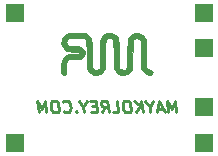
<source format=gbr>
%TF.GenerationSoftware,KiCad,Pcbnew,(5.1.6)-1*%
%TF.CreationDate,2020-09-04T02:35:42-05:00*%
%TF.ProjectId,cargadorDeBateriasLitIon,63617267-6164-46f7-9244-654261746572,rev?*%
%TF.SameCoordinates,Original*%
%TF.FileFunction,Soldermask,Bot*%
%TF.FilePolarity,Negative*%
%FSLAX46Y46*%
G04 Gerber Fmt 4.6, Leading zero omitted, Abs format (unit mm)*
G04 Created by KiCad (PCBNEW (5.1.6)-1) date 2020-09-04 02:35:42*
%MOMM*%
%LPD*%
G01*
G04 APERTURE LIST*
%ADD10C,0.250000*%
%ADD11C,0.010000*%
%ADD12R,1.600000X1.600000*%
G04 APERTURE END LIST*
D10*
X154191443Y-111432380D02*
X154066443Y-110432380D01*
X153822395Y-111146666D01*
X153399776Y-110432380D01*
X153524776Y-111432380D01*
X153060491Y-111146666D02*
X152584300Y-111146666D01*
X153191443Y-111432380D02*
X152733110Y-110432380D01*
X152524776Y-111432380D01*
X151941443Y-110956190D02*
X152000967Y-111432380D01*
X152209300Y-110432380D02*
X151941443Y-110956190D01*
X151542633Y-110432380D01*
X151334300Y-111432380D02*
X151209300Y-110432380D01*
X150762872Y-111432380D02*
X151120014Y-110860952D01*
X150637872Y-110432380D02*
X151280729Y-111003809D01*
X150018824Y-110432380D02*
X149828348Y-110432380D01*
X149739062Y-110480000D01*
X149655729Y-110575238D01*
X149631919Y-110765714D01*
X149673586Y-111099047D01*
X149745014Y-111289523D01*
X149852157Y-111384761D01*
X149953348Y-111432380D01*
X150143824Y-111432380D01*
X150233110Y-111384761D01*
X150316443Y-111289523D01*
X150340252Y-111099047D01*
X150298586Y-110765714D01*
X150227157Y-110575238D01*
X150120014Y-110480000D01*
X150018824Y-110432380D01*
X148810491Y-111432380D02*
X149286681Y-111432380D01*
X149161681Y-110432380D01*
X147905729Y-111432380D02*
X148179538Y-110956190D01*
X148477157Y-111432380D02*
X148352157Y-110432380D01*
X147971205Y-110432380D01*
X147881919Y-110480000D01*
X147840252Y-110527619D01*
X147804538Y-110622857D01*
X147822395Y-110765714D01*
X147881919Y-110860952D01*
X147935491Y-110908571D01*
X148036681Y-110956190D01*
X148417633Y-110956190D01*
X147411681Y-110908571D02*
X147078348Y-110908571D01*
X147000967Y-111432380D02*
X147477157Y-111432380D01*
X147352157Y-110432380D01*
X146875967Y-110432380D01*
X146322395Y-110956190D02*
X146381919Y-111432380D01*
X146590252Y-110432380D02*
X146322395Y-110956190D01*
X145923586Y-110432380D01*
X145703348Y-111337142D02*
X145661681Y-111384761D01*
X145715252Y-111432380D01*
X145756919Y-111384761D01*
X145703348Y-111337142D01*
X145715252Y-111432380D01*
X144655729Y-111337142D02*
X144709300Y-111384761D01*
X144858110Y-111432380D01*
X144953348Y-111432380D01*
X145090252Y-111384761D01*
X145173586Y-111289523D01*
X145209300Y-111194285D01*
X145233110Y-111003809D01*
X145215252Y-110860952D01*
X145143824Y-110670476D01*
X145084300Y-110575238D01*
X144977157Y-110480000D01*
X144828348Y-110432380D01*
X144733110Y-110432380D01*
X144596205Y-110480000D01*
X144554538Y-110527619D01*
X143923586Y-110432380D02*
X143733110Y-110432380D01*
X143643824Y-110480000D01*
X143560491Y-110575238D01*
X143536681Y-110765714D01*
X143578348Y-111099047D01*
X143649776Y-111289523D01*
X143756919Y-111384761D01*
X143858110Y-111432380D01*
X144048586Y-111432380D01*
X144137872Y-111384761D01*
X144221205Y-111289523D01*
X144245014Y-111099047D01*
X144203348Y-110765714D01*
X144131919Y-110575238D01*
X144024776Y-110480000D01*
X143923586Y-110432380D01*
X143191443Y-111432380D02*
X143066443Y-110432380D01*
X142822395Y-111146666D01*
X142399776Y-110432380D01*
X142524776Y-111432380D01*
D11*
%TO.C,G\u002A\u002A\u002A*%
G36*
X145513994Y-104692764D02*
G01*
X145334086Y-104695933D01*
X145190882Y-104702821D01*
X145077340Y-104714742D01*
X144986417Y-104733011D01*
X144911072Y-104758941D01*
X144844262Y-104793847D01*
X144778944Y-104839044D01*
X144726409Y-104880724D01*
X144600025Y-105014443D01*
X144514266Y-105169527D01*
X144467997Y-105338413D01*
X144460083Y-105513540D01*
X144489387Y-105687347D01*
X144554776Y-105852273D01*
X144655112Y-106000756D01*
X144789261Y-106125235D01*
X144925242Y-106204800D01*
X144979500Y-106227586D01*
X145034681Y-106244659D01*
X145100177Y-106257281D01*
X145185383Y-106266717D01*
X145299693Y-106274227D01*
X145452500Y-106281075D01*
X145508899Y-106283252D01*
X145686545Y-106290935D01*
X145818771Y-106299726D01*
X145910954Y-106311111D01*
X145968475Y-106326580D01*
X145996711Y-106347620D01*
X146001040Y-106375720D01*
X145986840Y-106412368D01*
X145985394Y-106415101D01*
X145972369Y-106433123D01*
X145950498Y-106446508D01*
X145912435Y-106456171D01*
X145850835Y-106463031D01*
X145758354Y-106468003D01*
X145627644Y-106472004D01*
X145507381Y-106474763D01*
X145306630Y-106481192D01*
X145147954Y-106492621D01*
X145022680Y-106511776D01*
X144922135Y-106541383D01*
X144837645Y-106584166D01*
X144760537Y-106642852D01*
X144682137Y-106720165D01*
X144664028Y-106739754D01*
X144600785Y-106813228D01*
X144552078Y-106883354D01*
X144515950Y-106958280D01*
X144490447Y-107046157D01*
X144473610Y-107155132D01*
X144463484Y-107293356D01*
X144458112Y-107468977D01*
X144456261Y-107605187D01*
X144455101Y-107779164D01*
X144455875Y-107909823D01*
X144459089Y-108004630D01*
X144465252Y-108071046D01*
X144474869Y-108116536D01*
X144488447Y-108148562D01*
X144493742Y-108157234D01*
X144561765Y-108220311D01*
X144647874Y-108245328D01*
X144736549Y-108232317D01*
X144812268Y-108181315D01*
X144831547Y-108156488D01*
X144848054Y-108124191D01*
X144859440Y-108080524D01*
X144866374Y-108017008D01*
X144869520Y-107925164D01*
X144869545Y-107796516D01*
X144868215Y-107689869D01*
X144867645Y-107491508D01*
X144873363Y-107336937D01*
X144886326Y-107219427D01*
X144907490Y-107132247D01*
X144937812Y-107068668D01*
X144960753Y-107039101D01*
X145000569Y-106997266D01*
X145037803Y-106965892D01*
X145080417Y-106943244D01*
X145136376Y-106927588D01*
X145213644Y-106917190D01*
X145320187Y-106910315D01*
X145463967Y-106905230D01*
X145591264Y-106901800D01*
X146080601Y-106889100D01*
X146190651Y-106811772D01*
X146308870Y-106701628D01*
X146385945Y-106572319D01*
X146423005Y-106432166D01*
X146421182Y-106289487D01*
X146381606Y-106152603D01*
X146305407Y-106029832D01*
X146193715Y-105929496D01*
X146061960Y-105864622D01*
X146000644Y-105852924D01*
X145896843Y-105843768D01*
X145758833Y-105837646D01*
X145594888Y-105835054D01*
X145566264Y-105835000D01*
X145407032Y-105834241D01*
X145289604Y-105831397D01*
X145204997Y-105825614D01*
X145144229Y-105816038D01*
X145098318Y-105801815D01*
X145068404Y-105787677D01*
X144968082Y-105706842D01*
X144905257Y-105595631D01*
X144884740Y-105462909D01*
X144906654Y-105336334D01*
X144970510Y-105236480D01*
X145051131Y-105173482D01*
X145080346Y-105157821D01*
X145114597Y-105145840D01*
X145160697Y-105137051D01*
X145225462Y-105130966D01*
X145315707Y-105127097D01*
X145438245Y-105124954D01*
X145599892Y-105124051D01*
X145743316Y-105123894D01*
X146354331Y-105123800D01*
X146441091Y-105187809D01*
X146502426Y-105238757D01*
X146547217Y-105285964D01*
X146553976Y-105295759D01*
X146560776Y-105332393D01*
X146567276Y-105417355D01*
X146573396Y-105548173D01*
X146579057Y-105722376D01*
X146584181Y-105937493D01*
X146588687Y-106191052D01*
X146592497Y-106480582D01*
X146592800Y-106508100D01*
X146605500Y-107676500D01*
X146672820Y-107803500D01*
X146790735Y-107975097D01*
X146942035Y-108112109D01*
X147043113Y-108173379D01*
X147171386Y-108217445D01*
X147325209Y-108238092D01*
X147485262Y-108235160D01*
X147632219Y-108208489D01*
X147710400Y-108178923D01*
X147865396Y-108076795D01*
X148000497Y-107937577D01*
X148087099Y-107804963D01*
X148154900Y-107676500D01*
X148167600Y-106508100D01*
X148170621Y-106227378D01*
X148173427Y-105992896D01*
X148176594Y-105800099D01*
X148180696Y-105644434D01*
X148186309Y-105521345D01*
X148194007Y-105426280D01*
X148204365Y-105354682D01*
X148217958Y-105301999D01*
X148235362Y-105263676D01*
X148257150Y-105235159D01*
X148283898Y-105211894D01*
X148316181Y-105189326D01*
X148335745Y-105176081D01*
X148397689Y-105140975D01*
X148461387Y-105126553D01*
X148549405Y-105128159D01*
X148562879Y-105129225D01*
X148656690Y-105142474D01*
X148722472Y-105169354D01*
X148782816Y-105219262D01*
X148785297Y-105221731D01*
X148866100Y-105302493D01*
X148879834Y-106464096D01*
X148883196Y-106738941D01*
X148886364Y-106967791D01*
X148889578Y-107155450D01*
X148893080Y-107306721D01*
X148897109Y-107426408D01*
X148901907Y-107519313D01*
X148907715Y-107590241D01*
X148914774Y-107643995D01*
X148923324Y-107685379D01*
X148933606Y-107719195D01*
X148944117Y-107746125D01*
X149041462Y-107916754D01*
X149175928Y-108062793D01*
X149313079Y-108159306D01*
X149385526Y-108196607D01*
X149448872Y-108219278D01*
X149520254Y-108230876D01*
X149616807Y-108234961D01*
X149678900Y-108235300D01*
X149794276Y-108233593D01*
X149875993Y-108226120D01*
X149941145Y-108209347D01*
X150006824Y-108179744D01*
X150043528Y-108159956D01*
X150190786Y-108056100D01*
X150314955Y-107924994D01*
X150403717Y-107780276D01*
X150418417Y-107744941D01*
X150429192Y-107711768D01*
X150438288Y-107671260D01*
X150445923Y-107618672D01*
X150452317Y-107549258D01*
X150457689Y-107458273D01*
X150462258Y-107340970D01*
X150466243Y-107192605D01*
X150469864Y-107008432D01*
X150473340Y-106783706D01*
X150476889Y-106513680D01*
X150477475Y-106466271D01*
X150480906Y-106193107D01*
X150484053Y-105966188D01*
X150487160Y-105780961D01*
X150490470Y-105632876D01*
X150494226Y-105517379D01*
X150498672Y-105429918D01*
X150504051Y-105365942D01*
X150510605Y-105320897D01*
X150518580Y-105290233D01*
X150528217Y-105269396D01*
X150539760Y-105253834D01*
X150542441Y-105250821D01*
X150646090Y-105170129D01*
X150766139Y-105129875D01*
X150891062Y-105129362D01*
X151009336Y-105167890D01*
X151109434Y-105244762D01*
X151142538Y-105287190D01*
X151151184Y-105309342D01*
X151158629Y-105350516D01*
X151165030Y-105414679D01*
X151170540Y-105505797D01*
X151175316Y-105627838D01*
X151179511Y-105784767D01*
X151183280Y-105980550D01*
X151186779Y-106219156D01*
X151190162Y-106504549D01*
X151190200Y-106508100D01*
X151193237Y-106782194D01*
X151196026Y-107010249D01*
X151198825Y-107197023D01*
X151201894Y-107347275D01*
X151205490Y-107465761D01*
X151209873Y-107557241D01*
X151215301Y-107626473D01*
X151222033Y-107678214D01*
X151230327Y-107717224D01*
X151240443Y-107748259D01*
X151252638Y-107776079D01*
X151259925Y-107790931D01*
X151366709Y-107954161D01*
X151505395Y-108086771D01*
X151667398Y-108182747D01*
X151844135Y-108236072D01*
X151905613Y-108243386D01*
X151992350Y-108246794D01*
X152047656Y-108238006D01*
X152090374Y-108212103D01*
X152115530Y-108188579D01*
X152170837Y-108104411D01*
X152181161Y-108016638D01*
X152150560Y-107934903D01*
X152083095Y-107868849D01*
X151982825Y-107828118D01*
X151962193Y-107824310D01*
X151817527Y-107783697D01*
X151713305Y-107712932D01*
X151679390Y-107670800D01*
X151668739Y-107650948D01*
X151659785Y-107623638D01*
X151652315Y-107584306D01*
X151646115Y-107528392D01*
X151640970Y-107451331D01*
X151636668Y-107348562D01*
X151632994Y-107215523D01*
X151629735Y-107047651D01*
X151626677Y-106840384D01*
X151623606Y-106589160D01*
X151622000Y-106445778D01*
X151618927Y-106172744D01*
X151616071Y-105945699D01*
X151613179Y-105759832D01*
X151609994Y-105610336D01*
X151606263Y-105492401D01*
X151601730Y-105401218D01*
X151596142Y-105331977D01*
X151589242Y-105279869D01*
X151580776Y-105240086D01*
X151570490Y-105207817D01*
X151558128Y-105178253D01*
X151554414Y-105170137D01*
X151448246Y-104996228D01*
X151309544Y-104858418D01*
X151143585Y-104760431D01*
X150955647Y-104705991D01*
X150885037Y-104697869D01*
X150686661Y-104707853D01*
X150502113Y-104764418D01*
X150338206Y-104863907D01*
X150201757Y-105002664D01*
X150138610Y-105098400D01*
X150059900Y-105238100D01*
X150047200Y-106406500D01*
X150043538Y-106706308D01*
X150039541Y-106958268D01*
X150035101Y-107165332D01*
X150030114Y-107330451D01*
X150024474Y-107456577D01*
X150018074Y-107546661D01*
X150010809Y-107603655D01*
X150003323Y-107629310D01*
X149963615Y-107680940D01*
X149904660Y-107740093D01*
X149890238Y-107752641D01*
X149836671Y-107792247D01*
X149785370Y-107810981D01*
X149715811Y-107814074D01*
X149661413Y-107810935D01*
X149529456Y-107784830D01*
X149429500Y-107724329D01*
X149352718Y-107625700D01*
X149344701Y-107592248D01*
X149337514Y-107519839D01*
X149331091Y-107406594D01*
X149325367Y-107250637D01*
X149320279Y-107050091D01*
X149315761Y-106803080D01*
X149311747Y-106507727D01*
X149310600Y-106406500D01*
X149307559Y-106132341D01*
X149304759Y-105904259D01*
X149301947Y-105717534D01*
X149298869Y-105567444D01*
X149295272Y-105449270D01*
X149290902Y-105358291D01*
X149285504Y-105289785D01*
X149278825Y-105239032D01*
X149270610Y-105201313D01*
X149260607Y-105171906D01*
X149248562Y-105146090D01*
X149242167Y-105133938D01*
X149128343Y-104968568D01*
X148989314Y-104842243D01*
X148831863Y-104754786D01*
X148662772Y-104706021D01*
X148488823Y-104695770D01*
X148316796Y-104723856D01*
X148153475Y-104790103D01*
X148005642Y-104894333D01*
X147880077Y-105036370D01*
X147802789Y-105171490D01*
X147789955Y-105200956D01*
X147779241Y-105232094D01*
X147770395Y-105269714D01*
X147763164Y-105318621D01*
X147757294Y-105383625D01*
X147752533Y-105469532D01*
X147748628Y-105581150D01*
X147745325Y-105723287D01*
X147742372Y-105900750D01*
X147739516Y-106118347D01*
X147736503Y-106380886D01*
X147735800Y-106444600D01*
X147732285Y-106734350D01*
X147728557Y-106976976D01*
X147724477Y-107176151D01*
X147719907Y-107335551D01*
X147714706Y-107458850D01*
X147708736Y-107549723D01*
X147701857Y-107611844D01*
X147693929Y-107648889D01*
X147689729Y-107658809D01*
X147615274Y-107741839D01*
X147512135Y-107794881D01*
X147394389Y-107815373D01*
X147276111Y-107800755D01*
X147176310Y-107752190D01*
X147114975Y-107701242D01*
X147070184Y-107654035D01*
X147063425Y-107644240D01*
X147056599Y-107607572D01*
X147050072Y-107522626D01*
X147043927Y-107391920D01*
X147038245Y-107217976D01*
X147033108Y-107003314D01*
X147028596Y-106750454D01*
X147024793Y-106461916D01*
X147024600Y-106444600D01*
X147021565Y-106172352D01*
X147018800Y-105946045D01*
X147016028Y-105760826D01*
X147012975Y-105611837D01*
X147009365Y-105494224D01*
X147004922Y-105403132D01*
X146999371Y-105333705D01*
X146992436Y-105281088D01*
X146983841Y-105240425D01*
X146973311Y-105206862D01*
X146960571Y-105175543D01*
X146951403Y-105155039D01*
X146877086Y-105032936D01*
X146771768Y-104914371D01*
X146650174Y-104813130D01*
X146527033Y-104742995D01*
X146500278Y-104732794D01*
X146452713Y-104719605D01*
X146392632Y-104709468D01*
X146313344Y-104702025D01*
X146208159Y-104696919D01*
X146070386Y-104693790D01*
X145893335Y-104692283D01*
X145737648Y-104691999D01*
X145513994Y-104692764D01*
G37*
X145513994Y-104692764D02*
X145334086Y-104695933D01*
X145190882Y-104702821D01*
X145077340Y-104714742D01*
X144986417Y-104733011D01*
X144911072Y-104758941D01*
X144844262Y-104793847D01*
X144778944Y-104839044D01*
X144726409Y-104880724D01*
X144600025Y-105014443D01*
X144514266Y-105169527D01*
X144467997Y-105338413D01*
X144460083Y-105513540D01*
X144489387Y-105687347D01*
X144554776Y-105852273D01*
X144655112Y-106000756D01*
X144789261Y-106125235D01*
X144925242Y-106204800D01*
X144979500Y-106227586D01*
X145034681Y-106244659D01*
X145100177Y-106257281D01*
X145185383Y-106266717D01*
X145299693Y-106274227D01*
X145452500Y-106281075D01*
X145508899Y-106283252D01*
X145686545Y-106290935D01*
X145818771Y-106299726D01*
X145910954Y-106311111D01*
X145968475Y-106326580D01*
X145996711Y-106347620D01*
X146001040Y-106375720D01*
X145986840Y-106412368D01*
X145985394Y-106415101D01*
X145972369Y-106433123D01*
X145950498Y-106446508D01*
X145912435Y-106456171D01*
X145850835Y-106463031D01*
X145758354Y-106468003D01*
X145627644Y-106472004D01*
X145507381Y-106474763D01*
X145306630Y-106481192D01*
X145147954Y-106492621D01*
X145022680Y-106511776D01*
X144922135Y-106541383D01*
X144837645Y-106584166D01*
X144760537Y-106642852D01*
X144682137Y-106720165D01*
X144664028Y-106739754D01*
X144600785Y-106813228D01*
X144552078Y-106883354D01*
X144515950Y-106958280D01*
X144490447Y-107046157D01*
X144473610Y-107155132D01*
X144463484Y-107293356D01*
X144458112Y-107468977D01*
X144456261Y-107605187D01*
X144455101Y-107779164D01*
X144455875Y-107909823D01*
X144459089Y-108004630D01*
X144465252Y-108071046D01*
X144474869Y-108116536D01*
X144488447Y-108148562D01*
X144493742Y-108157234D01*
X144561765Y-108220311D01*
X144647874Y-108245328D01*
X144736549Y-108232317D01*
X144812268Y-108181315D01*
X144831547Y-108156488D01*
X144848054Y-108124191D01*
X144859440Y-108080524D01*
X144866374Y-108017008D01*
X144869520Y-107925164D01*
X144869545Y-107796516D01*
X144868215Y-107689869D01*
X144867645Y-107491508D01*
X144873363Y-107336937D01*
X144886326Y-107219427D01*
X144907490Y-107132247D01*
X144937812Y-107068668D01*
X144960753Y-107039101D01*
X145000569Y-106997266D01*
X145037803Y-106965892D01*
X145080417Y-106943244D01*
X145136376Y-106927588D01*
X145213644Y-106917190D01*
X145320187Y-106910315D01*
X145463967Y-106905230D01*
X145591264Y-106901800D01*
X146080601Y-106889100D01*
X146190651Y-106811772D01*
X146308870Y-106701628D01*
X146385945Y-106572319D01*
X146423005Y-106432166D01*
X146421182Y-106289487D01*
X146381606Y-106152603D01*
X146305407Y-106029832D01*
X146193715Y-105929496D01*
X146061960Y-105864622D01*
X146000644Y-105852924D01*
X145896843Y-105843768D01*
X145758833Y-105837646D01*
X145594888Y-105835054D01*
X145566264Y-105835000D01*
X145407032Y-105834241D01*
X145289604Y-105831397D01*
X145204997Y-105825614D01*
X145144229Y-105816038D01*
X145098318Y-105801815D01*
X145068404Y-105787677D01*
X144968082Y-105706842D01*
X144905257Y-105595631D01*
X144884740Y-105462909D01*
X144906654Y-105336334D01*
X144970510Y-105236480D01*
X145051131Y-105173482D01*
X145080346Y-105157821D01*
X145114597Y-105145840D01*
X145160697Y-105137051D01*
X145225462Y-105130966D01*
X145315707Y-105127097D01*
X145438245Y-105124954D01*
X145599892Y-105124051D01*
X145743316Y-105123894D01*
X146354331Y-105123800D01*
X146441091Y-105187809D01*
X146502426Y-105238757D01*
X146547217Y-105285964D01*
X146553976Y-105295759D01*
X146560776Y-105332393D01*
X146567276Y-105417355D01*
X146573396Y-105548173D01*
X146579057Y-105722376D01*
X146584181Y-105937493D01*
X146588687Y-106191052D01*
X146592497Y-106480582D01*
X146592800Y-106508100D01*
X146605500Y-107676500D01*
X146672820Y-107803500D01*
X146790735Y-107975097D01*
X146942035Y-108112109D01*
X147043113Y-108173379D01*
X147171386Y-108217445D01*
X147325209Y-108238092D01*
X147485262Y-108235160D01*
X147632219Y-108208489D01*
X147710400Y-108178923D01*
X147865396Y-108076795D01*
X148000497Y-107937577D01*
X148087099Y-107804963D01*
X148154900Y-107676500D01*
X148167600Y-106508100D01*
X148170621Y-106227378D01*
X148173427Y-105992896D01*
X148176594Y-105800099D01*
X148180696Y-105644434D01*
X148186309Y-105521345D01*
X148194007Y-105426280D01*
X148204365Y-105354682D01*
X148217958Y-105301999D01*
X148235362Y-105263676D01*
X148257150Y-105235159D01*
X148283898Y-105211894D01*
X148316181Y-105189326D01*
X148335745Y-105176081D01*
X148397689Y-105140975D01*
X148461387Y-105126553D01*
X148549405Y-105128159D01*
X148562879Y-105129225D01*
X148656690Y-105142474D01*
X148722472Y-105169354D01*
X148782816Y-105219262D01*
X148785297Y-105221731D01*
X148866100Y-105302493D01*
X148879834Y-106464096D01*
X148883196Y-106738941D01*
X148886364Y-106967791D01*
X148889578Y-107155450D01*
X148893080Y-107306721D01*
X148897109Y-107426408D01*
X148901907Y-107519313D01*
X148907715Y-107590241D01*
X148914774Y-107643995D01*
X148923324Y-107685379D01*
X148933606Y-107719195D01*
X148944117Y-107746125D01*
X149041462Y-107916754D01*
X149175928Y-108062793D01*
X149313079Y-108159306D01*
X149385526Y-108196607D01*
X149448872Y-108219278D01*
X149520254Y-108230876D01*
X149616807Y-108234961D01*
X149678900Y-108235300D01*
X149794276Y-108233593D01*
X149875993Y-108226120D01*
X149941145Y-108209347D01*
X150006824Y-108179744D01*
X150043528Y-108159956D01*
X150190786Y-108056100D01*
X150314955Y-107924994D01*
X150403717Y-107780276D01*
X150418417Y-107744941D01*
X150429192Y-107711768D01*
X150438288Y-107671260D01*
X150445923Y-107618672D01*
X150452317Y-107549258D01*
X150457689Y-107458273D01*
X150462258Y-107340970D01*
X150466243Y-107192605D01*
X150469864Y-107008432D01*
X150473340Y-106783706D01*
X150476889Y-106513680D01*
X150477475Y-106466271D01*
X150480906Y-106193107D01*
X150484053Y-105966188D01*
X150487160Y-105780961D01*
X150490470Y-105632876D01*
X150494226Y-105517379D01*
X150498672Y-105429918D01*
X150504051Y-105365942D01*
X150510605Y-105320897D01*
X150518580Y-105290233D01*
X150528217Y-105269396D01*
X150539760Y-105253834D01*
X150542441Y-105250821D01*
X150646090Y-105170129D01*
X150766139Y-105129875D01*
X150891062Y-105129362D01*
X151009336Y-105167890D01*
X151109434Y-105244762D01*
X151142538Y-105287190D01*
X151151184Y-105309342D01*
X151158629Y-105350516D01*
X151165030Y-105414679D01*
X151170540Y-105505797D01*
X151175316Y-105627838D01*
X151179511Y-105784767D01*
X151183280Y-105980550D01*
X151186779Y-106219156D01*
X151190162Y-106504549D01*
X151190200Y-106508100D01*
X151193237Y-106782194D01*
X151196026Y-107010249D01*
X151198825Y-107197023D01*
X151201894Y-107347275D01*
X151205490Y-107465761D01*
X151209873Y-107557241D01*
X151215301Y-107626473D01*
X151222033Y-107678214D01*
X151230327Y-107717224D01*
X151240443Y-107748259D01*
X151252638Y-107776079D01*
X151259925Y-107790931D01*
X151366709Y-107954161D01*
X151505395Y-108086771D01*
X151667398Y-108182747D01*
X151844135Y-108236072D01*
X151905613Y-108243386D01*
X151992350Y-108246794D01*
X152047656Y-108238006D01*
X152090374Y-108212103D01*
X152115530Y-108188579D01*
X152170837Y-108104411D01*
X152181161Y-108016638D01*
X152150560Y-107934903D01*
X152083095Y-107868849D01*
X151982825Y-107828118D01*
X151962193Y-107824310D01*
X151817527Y-107783697D01*
X151713305Y-107712932D01*
X151679390Y-107670800D01*
X151668739Y-107650948D01*
X151659785Y-107623638D01*
X151652315Y-107584306D01*
X151646115Y-107528392D01*
X151640970Y-107451331D01*
X151636668Y-107348562D01*
X151632994Y-107215523D01*
X151629735Y-107047651D01*
X151626677Y-106840384D01*
X151623606Y-106589160D01*
X151622000Y-106445778D01*
X151618927Y-106172744D01*
X151616071Y-105945699D01*
X151613179Y-105759832D01*
X151609994Y-105610336D01*
X151606263Y-105492401D01*
X151601730Y-105401218D01*
X151596142Y-105331977D01*
X151589242Y-105279869D01*
X151580776Y-105240086D01*
X151570490Y-105207817D01*
X151558128Y-105178253D01*
X151554414Y-105170137D01*
X151448246Y-104996228D01*
X151309544Y-104858418D01*
X151143585Y-104760431D01*
X150955647Y-104705991D01*
X150885037Y-104697869D01*
X150686661Y-104707853D01*
X150502113Y-104764418D01*
X150338206Y-104863907D01*
X150201757Y-105002664D01*
X150138610Y-105098400D01*
X150059900Y-105238100D01*
X150047200Y-106406500D01*
X150043538Y-106706308D01*
X150039541Y-106958268D01*
X150035101Y-107165332D01*
X150030114Y-107330451D01*
X150024474Y-107456577D01*
X150018074Y-107546661D01*
X150010809Y-107603655D01*
X150003323Y-107629310D01*
X149963615Y-107680940D01*
X149904660Y-107740093D01*
X149890238Y-107752641D01*
X149836671Y-107792247D01*
X149785370Y-107810981D01*
X149715811Y-107814074D01*
X149661413Y-107810935D01*
X149529456Y-107784830D01*
X149429500Y-107724329D01*
X149352718Y-107625700D01*
X149344701Y-107592248D01*
X149337514Y-107519839D01*
X149331091Y-107406594D01*
X149325367Y-107250637D01*
X149320279Y-107050091D01*
X149315761Y-106803080D01*
X149311747Y-106507727D01*
X149310600Y-106406500D01*
X149307559Y-106132341D01*
X149304759Y-105904259D01*
X149301947Y-105717534D01*
X149298869Y-105567444D01*
X149295272Y-105449270D01*
X149290902Y-105358291D01*
X149285504Y-105289785D01*
X149278825Y-105239032D01*
X149270610Y-105201313D01*
X149260607Y-105171906D01*
X149248562Y-105146090D01*
X149242167Y-105133938D01*
X149128343Y-104968568D01*
X148989314Y-104842243D01*
X148831863Y-104754786D01*
X148662772Y-104706021D01*
X148488823Y-104695770D01*
X148316796Y-104723856D01*
X148153475Y-104790103D01*
X148005642Y-104894333D01*
X147880077Y-105036370D01*
X147802789Y-105171490D01*
X147789955Y-105200956D01*
X147779241Y-105232094D01*
X147770395Y-105269714D01*
X147763164Y-105318621D01*
X147757294Y-105383625D01*
X147752533Y-105469532D01*
X147748628Y-105581150D01*
X147745325Y-105723287D01*
X147742372Y-105900750D01*
X147739516Y-106118347D01*
X147736503Y-106380886D01*
X147735800Y-106444600D01*
X147732285Y-106734350D01*
X147728557Y-106976976D01*
X147724477Y-107176151D01*
X147719907Y-107335551D01*
X147714706Y-107458850D01*
X147708736Y-107549723D01*
X147701857Y-107611844D01*
X147693929Y-107648889D01*
X147689729Y-107658809D01*
X147615274Y-107741839D01*
X147512135Y-107794881D01*
X147394389Y-107815373D01*
X147276111Y-107800755D01*
X147176310Y-107752190D01*
X147114975Y-107701242D01*
X147070184Y-107654035D01*
X147063425Y-107644240D01*
X147056599Y-107607572D01*
X147050072Y-107522626D01*
X147043927Y-107391920D01*
X147038245Y-107217976D01*
X147033108Y-107003314D01*
X147028596Y-106750454D01*
X147024793Y-106461916D01*
X147024600Y-106444600D01*
X147021565Y-106172352D01*
X147018800Y-105946045D01*
X147016028Y-105760826D01*
X147012975Y-105611837D01*
X147009365Y-105494224D01*
X147004922Y-105403132D01*
X146999371Y-105333705D01*
X146992436Y-105281088D01*
X146983841Y-105240425D01*
X146973311Y-105206862D01*
X146960571Y-105175543D01*
X146951403Y-105155039D01*
X146877086Y-105032936D01*
X146771768Y-104914371D01*
X146650174Y-104813130D01*
X146527033Y-104742995D01*
X146500278Y-104732794D01*
X146452713Y-104719605D01*
X146392632Y-104709468D01*
X146313344Y-104702025D01*
X146208159Y-104696919D01*
X146070386Y-104693790D01*
X145893335Y-104692283D01*
X145737648Y-104691999D01*
X145513994Y-104692764D01*
%TD*%
D12*
%TO.C,J5*%
X156500000Y-111000000D03*
%TD*%
%TO.C,J6*%
X156500000Y-114000000D03*
%TD*%
%TO.C,J4*%
X156500000Y-103000000D03*
%TD*%
%TO.C,J3*%
X156500000Y-106000000D03*
%TD*%
%TO.C,J2*%
X140500000Y-103000000D03*
%TD*%
%TO.C,J1*%
X140500000Y-114000000D03*
%TD*%
M02*

</source>
